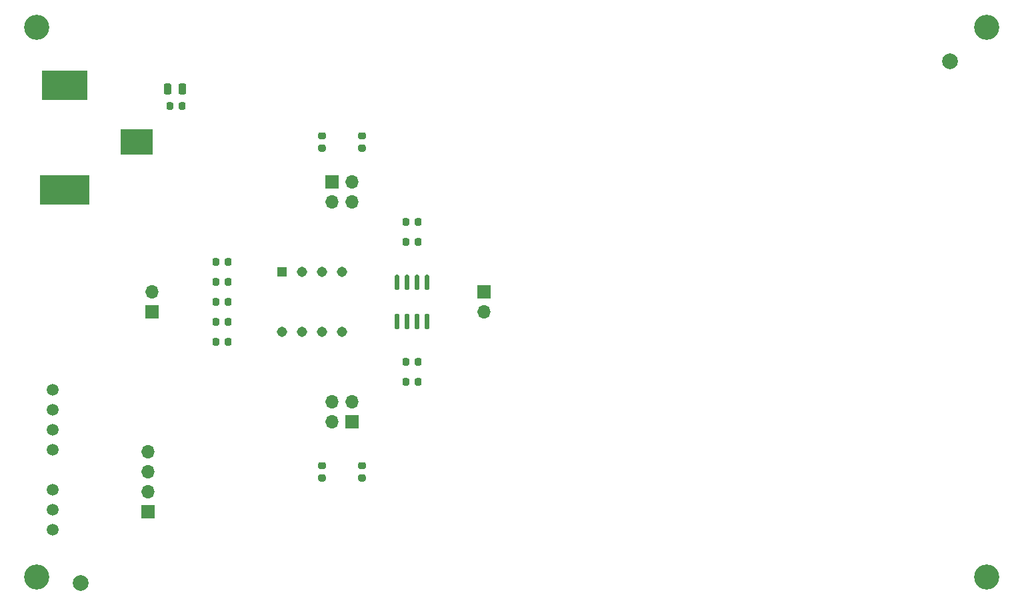
<source format=gbr>
%TF.GenerationSoftware,KiCad,Pcbnew,(5.1.7)-1*%
%TF.CreationDate,2021-05-11T13:40:29-05:00*%
%TF.ProjectId,instrumentation_amplifier,696e7374-7275-46d6-956e-746174696f6e,1.1*%
%TF.SameCoordinates,Original*%
%TF.FileFunction,Soldermask,Top*%
%TF.FilePolarity,Negative*%
%FSLAX46Y46*%
G04 Gerber Fmt 4.6, Leading zero omitted, Abs format (unit mm)*
G04 Created by KiCad (PCBNEW (5.1.7)-1) date 2021-05-11 13:40:29*
%MOMM*%
%LPD*%
G01*
G04 APERTURE LIST*
%ADD10O,1.700000X1.700000*%
%ADD11R,1.700000X1.700000*%
%ADD12C,1.509000*%
%ADD13R,4.060000X3.300000*%
%ADD14R,5.760000X3.810000*%
%ADD15R,6.350000X3.810000*%
%ADD16C,1.308000*%
%ADD17R,1.308000X1.308000*%
%ADD18C,2.000000*%
%ADD19C,3.200000*%
G04 APERTURE END LIST*
D10*
%TO.C,J1*%
X119380000Y-87630000D03*
D11*
X119380000Y-90170000D03*
%TD*%
D12*
%TO.C,U2*%
X106730000Y-117830000D03*
X106730000Y-115290000D03*
X106730000Y-112750000D03*
X106730000Y-107670000D03*
X106730000Y-105130000D03*
X106730000Y-102590000D03*
X106730000Y-100050000D03*
%TD*%
%TO.C,C1*%
G36*
G01*
X153625000Y-78483750D02*
X153625000Y-78996250D01*
G75*
G02*
X153406250Y-79215000I-218750J0D01*
G01*
X152968750Y-79215000D01*
G75*
G02*
X152750000Y-78996250I0J218750D01*
G01*
X152750000Y-78483750D01*
G75*
G02*
X152968750Y-78265000I218750J0D01*
G01*
X153406250Y-78265000D01*
G75*
G02*
X153625000Y-78483750I0J-218750D01*
G01*
G37*
G36*
G01*
X152050000Y-78483750D02*
X152050000Y-78996250D01*
G75*
G02*
X151831250Y-79215000I-218750J0D01*
G01*
X151393750Y-79215000D01*
G75*
G02*
X151175000Y-78996250I0J218750D01*
G01*
X151175000Y-78483750D01*
G75*
G02*
X151393750Y-78265000I218750J0D01*
G01*
X151831250Y-78265000D01*
G75*
G02*
X152050000Y-78483750I0J-218750D01*
G01*
G37*
%TD*%
%TO.C,C2*%
G36*
G01*
X153625000Y-81023750D02*
X153625000Y-81536250D01*
G75*
G02*
X153406250Y-81755000I-218750J0D01*
G01*
X152968750Y-81755000D01*
G75*
G02*
X152750000Y-81536250I0J218750D01*
G01*
X152750000Y-81023750D01*
G75*
G02*
X152968750Y-80805000I218750J0D01*
G01*
X153406250Y-80805000D01*
G75*
G02*
X153625000Y-81023750I0J-218750D01*
G01*
G37*
G36*
G01*
X152050000Y-81023750D02*
X152050000Y-81536250D01*
G75*
G02*
X151831250Y-81755000I-218750J0D01*
G01*
X151393750Y-81755000D01*
G75*
G02*
X151175000Y-81536250I0J218750D01*
G01*
X151175000Y-81023750D01*
G75*
G02*
X151393750Y-80805000I218750J0D01*
G01*
X151831250Y-80805000D01*
G75*
G02*
X152050000Y-81023750I0J-218750D01*
G01*
G37*
%TD*%
%TO.C,C3*%
G36*
G01*
X152750000Y-96776250D02*
X152750000Y-96263750D01*
G75*
G02*
X152968750Y-96045000I218750J0D01*
G01*
X153406250Y-96045000D01*
G75*
G02*
X153625000Y-96263750I0J-218750D01*
G01*
X153625000Y-96776250D01*
G75*
G02*
X153406250Y-96995000I-218750J0D01*
G01*
X152968750Y-96995000D01*
G75*
G02*
X152750000Y-96776250I0J218750D01*
G01*
G37*
G36*
G01*
X151175000Y-96776250D02*
X151175000Y-96263750D01*
G75*
G02*
X151393750Y-96045000I218750J0D01*
G01*
X151831250Y-96045000D01*
G75*
G02*
X152050000Y-96263750I0J-218750D01*
G01*
X152050000Y-96776250D01*
G75*
G02*
X151831250Y-96995000I-218750J0D01*
G01*
X151393750Y-96995000D01*
G75*
G02*
X151175000Y-96776250I0J218750D01*
G01*
G37*
%TD*%
%TO.C,C4*%
G36*
G01*
X152750000Y-99316250D02*
X152750000Y-98803750D01*
G75*
G02*
X152968750Y-98585000I218750J0D01*
G01*
X153406250Y-98585000D01*
G75*
G02*
X153625000Y-98803750I0J-218750D01*
G01*
X153625000Y-99316250D01*
G75*
G02*
X153406250Y-99535000I-218750J0D01*
G01*
X152968750Y-99535000D01*
G75*
G02*
X152750000Y-99316250I0J218750D01*
G01*
G37*
G36*
G01*
X151175000Y-99316250D02*
X151175000Y-98803750D01*
G75*
G02*
X151393750Y-98585000I218750J0D01*
G01*
X151831250Y-98585000D01*
G75*
G02*
X152050000Y-98803750I0J-218750D01*
G01*
X152050000Y-99316250D01*
G75*
G02*
X151831250Y-99535000I-218750J0D01*
G01*
X151393750Y-99535000D01*
G75*
G02*
X151175000Y-99316250I0J218750D01*
G01*
G37*
%TD*%
D13*
%TO.C,CON1*%
X117471000Y-68580000D03*
D14*
X108331000Y-61390000D03*
D15*
X108331000Y-74680000D03*
%TD*%
%TO.C,D1*%
G36*
G01*
X123726000Y-61392750D02*
X123726000Y-62305250D01*
G75*
G02*
X123482250Y-62549000I-243750J0D01*
G01*
X122994750Y-62549000D01*
G75*
G02*
X122751000Y-62305250I0J243750D01*
G01*
X122751000Y-61392750D01*
G75*
G02*
X122994750Y-61149000I243750J0D01*
G01*
X123482250Y-61149000D01*
G75*
G02*
X123726000Y-61392750I0J-243750D01*
G01*
G37*
G36*
G01*
X121851000Y-61392750D02*
X121851000Y-62305250D01*
G75*
G02*
X121607250Y-62549000I-243750J0D01*
G01*
X121119750Y-62549000D01*
G75*
G02*
X120876000Y-62305250I0J243750D01*
G01*
X120876000Y-61392750D01*
G75*
G02*
X121119750Y-61149000I243750J0D01*
G01*
X121607250Y-61149000D01*
G75*
G02*
X121851000Y-61392750I0J-243750D01*
G01*
G37*
%TD*%
D10*
%TO.C,J2*%
X142240000Y-101600000D03*
X144780000Y-101600000D03*
X142240000Y-104140000D03*
D11*
X144780000Y-104140000D03*
%TD*%
%TO.C,J3*%
X142240000Y-73660000D03*
D10*
X144780000Y-73660000D03*
X142240000Y-76200000D03*
X144780000Y-76200000D03*
%TD*%
D11*
%TO.C,J4*%
X161544000Y-87630000D03*
D10*
X161544000Y-90170000D03*
%TD*%
%TO.C,R1*%
G36*
G01*
X121203000Y-64264250D02*
X121203000Y-63751750D01*
G75*
G02*
X121421750Y-63533000I218750J0D01*
G01*
X121859250Y-63533000D01*
G75*
G02*
X122078000Y-63751750I0J-218750D01*
G01*
X122078000Y-64264250D01*
G75*
G02*
X121859250Y-64483000I-218750J0D01*
G01*
X121421750Y-64483000D01*
G75*
G02*
X121203000Y-64264250I0J218750D01*
G01*
G37*
G36*
G01*
X122778000Y-64264250D02*
X122778000Y-63751750D01*
G75*
G02*
X122996750Y-63533000I218750J0D01*
G01*
X123434250Y-63533000D01*
G75*
G02*
X123653000Y-63751750I0J-218750D01*
G01*
X123653000Y-64264250D01*
G75*
G02*
X123434250Y-64483000I-218750J0D01*
G01*
X122996750Y-64483000D01*
G75*
G02*
X122778000Y-64264250I0J218750D01*
G01*
G37*
%TD*%
%TO.C,R2*%
G36*
G01*
X145793750Y-68930000D02*
X146306250Y-68930000D01*
G75*
G02*
X146525000Y-69148750I0J-218750D01*
G01*
X146525000Y-69586250D01*
G75*
G02*
X146306250Y-69805000I-218750J0D01*
G01*
X145793750Y-69805000D01*
G75*
G02*
X145575000Y-69586250I0J218750D01*
G01*
X145575000Y-69148750D01*
G75*
G02*
X145793750Y-68930000I218750J0D01*
G01*
G37*
G36*
G01*
X145793750Y-67355000D02*
X146306250Y-67355000D01*
G75*
G02*
X146525000Y-67573750I0J-218750D01*
G01*
X146525000Y-68011250D01*
G75*
G02*
X146306250Y-68230000I-218750J0D01*
G01*
X145793750Y-68230000D01*
G75*
G02*
X145575000Y-68011250I0J218750D01*
G01*
X145575000Y-67573750D01*
G75*
G02*
X145793750Y-67355000I218750J0D01*
G01*
G37*
%TD*%
%TO.C,R3*%
G36*
G01*
X141226250Y-111715000D02*
X140713750Y-111715000D01*
G75*
G02*
X140495000Y-111496250I0J218750D01*
G01*
X140495000Y-111058750D01*
G75*
G02*
X140713750Y-110840000I218750J0D01*
G01*
X141226250Y-110840000D01*
G75*
G02*
X141445000Y-111058750I0J-218750D01*
G01*
X141445000Y-111496250D01*
G75*
G02*
X141226250Y-111715000I-218750J0D01*
G01*
G37*
G36*
G01*
X141226250Y-110140000D02*
X140713750Y-110140000D01*
G75*
G02*
X140495000Y-109921250I0J218750D01*
G01*
X140495000Y-109483750D01*
G75*
G02*
X140713750Y-109265000I218750J0D01*
G01*
X141226250Y-109265000D01*
G75*
G02*
X141445000Y-109483750I0J-218750D01*
G01*
X141445000Y-109921250D01*
G75*
G02*
X141226250Y-110140000I-218750J0D01*
G01*
G37*
%TD*%
%TO.C,R4*%
G36*
G01*
X140713750Y-68930000D02*
X141226250Y-68930000D01*
G75*
G02*
X141445000Y-69148750I0J-218750D01*
G01*
X141445000Y-69586250D01*
G75*
G02*
X141226250Y-69805000I-218750J0D01*
G01*
X140713750Y-69805000D01*
G75*
G02*
X140495000Y-69586250I0J218750D01*
G01*
X140495000Y-69148750D01*
G75*
G02*
X140713750Y-68930000I218750J0D01*
G01*
G37*
G36*
G01*
X140713750Y-67355000D02*
X141226250Y-67355000D01*
G75*
G02*
X141445000Y-67573750I0J-218750D01*
G01*
X141445000Y-68011250D01*
G75*
G02*
X141226250Y-68230000I-218750J0D01*
G01*
X140713750Y-68230000D01*
G75*
G02*
X140495000Y-68011250I0J218750D01*
G01*
X140495000Y-67573750D01*
G75*
G02*
X140713750Y-67355000I218750J0D01*
G01*
G37*
%TD*%
%TO.C,R5*%
G36*
G01*
X146306250Y-111715000D02*
X145793750Y-111715000D01*
G75*
G02*
X145575000Y-111496250I0J218750D01*
G01*
X145575000Y-111058750D01*
G75*
G02*
X145793750Y-110840000I218750J0D01*
G01*
X146306250Y-110840000D01*
G75*
G02*
X146525000Y-111058750I0J-218750D01*
G01*
X146525000Y-111496250D01*
G75*
G02*
X146306250Y-111715000I-218750J0D01*
G01*
G37*
G36*
G01*
X146306250Y-110140000D02*
X145793750Y-110140000D01*
G75*
G02*
X145575000Y-109921250I0J218750D01*
G01*
X145575000Y-109483750D01*
G75*
G02*
X145793750Y-109265000I218750J0D01*
G01*
X146306250Y-109265000D01*
G75*
G02*
X146525000Y-109483750I0J-218750D01*
G01*
X146525000Y-109921250D01*
G75*
G02*
X146306250Y-110140000I-218750J0D01*
G01*
G37*
%TD*%
%TO.C,R6*%
G36*
G01*
X129495000Y-93723750D02*
X129495000Y-94236250D01*
G75*
G02*
X129276250Y-94455000I-218750J0D01*
G01*
X128838750Y-94455000D01*
G75*
G02*
X128620000Y-94236250I0J218750D01*
G01*
X128620000Y-93723750D01*
G75*
G02*
X128838750Y-93505000I218750J0D01*
G01*
X129276250Y-93505000D01*
G75*
G02*
X129495000Y-93723750I0J-218750D01*
G01*
G37*
G36*
G01*
X127920000Y-93723750D02*
X127920000Y-94236250D01*
G75*
G02*
X127701250Y-94455000I-218750J0D01*
G01*
X127263750Y-94455000D01*
G75*
G02*
X127045000Y-94236250I0J218750D01*
G01*
X127045000Y-93723750D01*
G75*
G02*
X127263750Y-93505000I218750J0D01*
G01*
X127701250Y-93505000D01*
G75*
G02*
X127920000Y-93723750I0J-218750D01*
G01*
G37*
%TD*%
%TO.C,R7*%
G36*
G01*
X129495000Y-91183750D02*
X129495000Y-91696250D01*
G75*
G02*
X129276250Y-91915000I-218750J0D01*
G01*
X128838750Y-91915000D01*
G75*
G02*
X128620000Y-91696250I0J218750D01*
G01*
X128620000Y-91183750D01*
G75*
G02*
X128838750Y-90965000I218750J0D01*
G01*
X129276250Y-90965000D01*
G75*
G02*
X129495000Y-91183750I0J-218750D01*
G01*
G37*
G36*
G01*
X127920000Y-91183750D02*
X127920000Y-91696250D01*
G75*
G02*
X127701250Y-91915000I-218750J0D01*
G01*
X127263750Y-91915000D01*
G75*
G02*
X127045000Y-91696250I0J218750D01*
G01*
X127045000Y-91183750D01*
G75*
G02*
X127263750Y-90965000I218750J0D01*
G01*
X127701250Y-90965000D01*
G75*
G02*
X127920000Y-91183750I0J-218750D01*
G01*
G37*
%TD*%
%TO.C,R8*%
G36*
G01*
X129495000Y-88643750D02*
X129495000Y-89156250D01*
G75*
G02*
X129276250Y-89375000I-218750J0D01*
G01*
X128838750Y-89375000D01*
G75*
G02*
X128620000Y-89156250I0J218750D01*
G01*
X128620000Y-88643750D01*
G75*
G02*
X128838750Y-88425000I218750J0D01*
G01*
X129276250Y-88425000D01*
G75*
G02*
X129495000Y-88643750I0J-218750D01*
G01*
G37*
G36*
G01*
X127920000Y-88643750D02*
X127920000Y-89156250D01*
G75*
G02*
X127701250Y-89375000I-218750J0D01*
G01*
X127263750Y-89375000D01*
G75*
G02*
X127045000Y-89156250I0J218750D01*
G01*
X127045000Y-88643750D01*
G75*
G02*
X127263750Y-88425000I218750J0D01*
G01*
X127701250Y-88425000D01*
G75*
G02*
X127920000Y-88643750I0J-218750D01*
G01*
G37*
%TD*%
%TO.C,R9*%
G36*
G01*
X129495000Y-86103750D02*
X129495000Y-86616250D01*
G75*
G02*
X129276250Y-86835000I-218750J0D01*
G01*
X128838750Y-86835000D01*
G75*
G02*
X128620000Y-86616250I0J218750D01*
G01*
X128620000Y-86103750D01*
G75*
G02*
X128838750Y-85885000I218750J0D01*
G01*
X129276250Y-85885000D01*
G75*
G02*
X129495000Y-86103750I0J-218750D01*
G01*
G37*
G36*
G01*
X127920000Y-86103750D02*
X127920000Y-86616250D01*
G75*
G02*
X127701250Y-86835000I-218750J0D01*
G01*
X127263750Y-86835000D01*
G75*
G02*
X127045000Y-86616250I0J218750D01*
G01*
X127045000Y-86103750D01*
G75*
G02*
X127263750Y-85885000I218750J0D01*
G01*
X127701250Y-85885000D01*
G75*
G02*
X127920000Y-86103750I0J-218750D01*
G01*
G37*
%TD*%
%TO.C,R10*%
G36*
G01*
X129495000Y-83563750D02*
X129495000Y-84076250D01*
G75*
G02*
X129276250Y-84295000I-218750J0D01*
G01*
X128838750Y-84295000D01*
G75*
G02*
X128620000Y-84076250I0J218750D01*
G01*
X128620000Y-83563750D01*
G75*
G02*
X128838750Y-83345000I218750J0D01*
G01*
X129276250Y-83345000D01*
G75*
G02*
X129495000Y-83563750I0J-218750D01*
G01*
G37*
G36*
G01*
X127920000Y-83563750D02*
X127920000Y-84076250D01*
G75*
G02*
X127701250Y-84295000I-218750J0D01*
G01*
X127263750Y-84295000D01*
G75*
G02*
X127045000Y-84076250I0J218750D01*
G01*
X127045000Y-83563750D01*
G75*
G02*
X127263750Y-83345000I218750J0D01*
G01*
X127701250Y-83345000D01*
G75*
G02*
X127920000Y-83563750I0J-218750D01*
G01*
G37*
%TD*%
D16*
%TO.C,SW1*%
X143510000Y-85090000D03*
X140970000Y-85090000D03*
X138430000Y-85090000D03*
D17*
X135890000Y-85090000D03*
D16*
X143510000Y-92710000D03*
X140970000Y-92710000D03*
X138430000Y-92710000D03*
X135890000Y-92710000D03*
%TD*%
%TO.C,U1*%
G36*
G01*
X150645000Y-87400000D02*
X150345000Y-87400000D01*
G75*
G02*
X150195000Y-87250000I0J150000D01*
G01*
X150195000Y-85600000D01*
G75*
G02*
X150345000Y-85450000I150000J0D01*
G01*
X150645000Y-85450000D01*
G75*
G02*
X150795000Y-85600000I0J-150000D01*
G01*
X150795000Y-87250000D01*
G75*
G02*
X150645000Y-87400000I-150000J0D01*
G01*
G37*
G36*
G01*
X151915000Y-87400000D02*
X151615000Y-87400000D01*
G75*
G02*
X151465000Y-87250000I0J150000D01*
G01*
X151465000Y-85600000D01*
G75*
G02*
X151615000Y-85450000I150000J0D01*
G01*
X151915000Y-85450000D01*
G75*
G02*
X152065000Y-85600000I0J-150000D01*
G01*
X152065000Y-87250000D01*
G75*
G02*
X151915000Y-87400000I-150000J0D01*
G01*
G37*
G36*
G01*
X153185000Y-87400000D02*
X152885000Y-87400000D01*
G75*
G02*
X152735000Y-87250000I0J150000D01*
G01*
X152735000Y-85600000D01*
G75*
G02*
X152885000Y-85450000I150000J0D01*
G01*
X153185000Y-85450000D01*
G75*
G02*
X153335000Y-85600000I0J-150000D01*
G01*
X153335000Y-87250000D01*
G75*
G02*
X153185000Y-87400000I-150000J0D01*
G01*
G37*
G36*
G01*
X154455000Y-87400000D02*
X154155000Y-87400000D01*
G75*
G02*
X154005000Y-87250000I0J150000D01*
G01*
X154005000Y-85600000D01*
G75*
G02*
X154155000Y-85450000I150000J0D01*
G01*
X154455000Y-85450000D01*
G75*
G02*
X154605000Y-85600000I0J-150000D01*
G01*
X154605000Y-87250000D01*
G75*
G02*
X154455000Y-87400000I-150000J0D01*
G01*
G37*
G36*
G01*
X154455000Y-92350000D02*
X154155000Y-92350000D01*
G75*
G02*
X154005000Y-92200000I0J150000D01*
G01*
X154005000Y-90550000D01*
G75*
G02*
X154155000Y-90400000I150000J0D01*
G01*
X154455000Y-90400000D01*
G75*
G02*
X154605000Y-90550000I0J-150000D01*
G01*
X154605000Y-92200000D01*
G75*
G02*
X154455000Y-92350000I-150000J0D01*
G01*
G37*
G36*
G01*
X153185000Y-92350000D02*
X152885000Y-92350000D01*
G75*
G02*
X152735000Y-92200000I0J150000D01*
G01*
X152735000Y-90550000D01*
G75*
G02*
X152885000Y-90400000I150000J0D01*
G01*
X153185000Y-90400000D01*
G75*
G02*
X153335000Y-90550000I0J-150000D01*
G01*
X153335000Y-92200000D01*
G75*
G02*
X153185000Y-92350000I-150000J0D01*
G01*
G37*
G36*
G01*
X151915000Y-92350000D02*
X151615000Y-92350000D01*
G75*
G02*
X151465000Y-92200000I0J150000D01*
G01*
X151465000Y-90550000D01*
G75*
G02*
X151615000Y-90400000I150000J0D01*
G01*
X151915000Y-90400000D01*
G75*
G02*
X152065000Y-90550000I0J-150000D01*
G01*
X152065000Y-92200000D01*
G75*
G02*
X151915000Y-92350000I-150000J0D01*
G01*
G37*
G36*
G01*
X150645000Y-92350000D02*
X150345000Y-92350000D01*
G75*
G02*
X150195000Y-92200000I0J150000D01*
G01*
X150195000Y-90550000D01*
G75*
G02*
X150345000Y-90400000I150000J0D01*
G01*
X150645000Y-90400000D01*
G75*
G02*
X150795000Y-90550000I0J-150000D01*
G01*
X150795000Y-92200000D01*
G75*
G02*
X150645000Y-92350000I-150000J0D01*
G01*
G37*
%TD*%
D18*
%TO.C,FID1*%
X110363000Y-124587000D03*
%TD*%
%TO.C,FID2*%
X220726000Y-58293000D03*
%TD*%
D19*
%TO.C,H1*%
X104775000Y-53975000D03*
%TD*%
%TO.C,H2*%
X104775000Y-123825000D03*
%TD*%
%TO.C,H3*%
X225425000Y-53975000D03*
%TD*%
%TO.C,H4*%
X225425000Y-123825000D03*
%TD*%
D11*
%TO.C,J5*%
X118872000Y-115570000D03*
D10*
X118872000Y-113030000D03*
X118872000Y-110490000D03*
X118872000Y-107950000D03*
%TD*%
M02*

</source>
